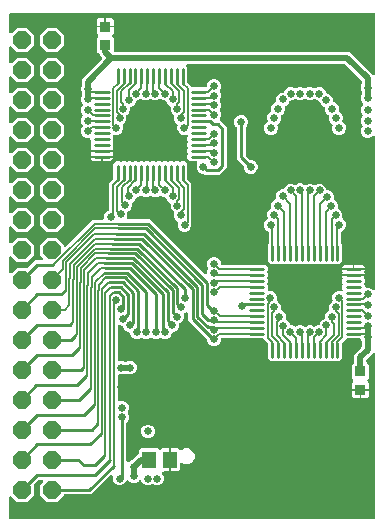
<source format=gbr>
G04 EAGLE Gerber RS-274X export*
G75*
%MOMM*%
%FSLAX34Y34*%
%LPD*%
%INTop Copper*%
%IPPOS*%
%AMOC8*
5,1,8,0,0,1.08239X$1,22.5*%
G01*
G04 Define Apertures*
%ADD10C,0.250000*%
%ADD11R,0.970200X0.920900*%
%ADD12R,1.164600X1.465300*%
%ADD13P,1.64956X8X112.5*%
%ADD14C,0.203200*%
%ADD15C,0.654800*%
%ADD16C,0.152400*%
%ADD17C,0.254000*%
%ADD18C,0.508000*%
G36*
X313390Y165733D02*
X313473Y165790D01*
X315771Y166742D01*
X318085Y166742D01*
X320437Y165768D01*
X320933Y165671D01*
X321427Y165776D01*
X321569Y165872D01*
X323843Y166814D01*
X324125Y166814D01*
X324621Y166915D01*
X325037Y167200D01*
X325310Y167626D01*
X325349Y167835D01*
X326280Y170084D01*
X327916Y171720D01*
X329402Y172335D01*
X329821Y172618D01*
X330097Y173041D01*
X330186Y173509D01*
X330186Y175013D01*
X331071Y177149D01*
X332756Y178834D01*
X333064Y179042D01*
X333340Y179465D01*
X333428Y179963D01*
X333332Y180419D01*
X333186Y180772D01*
X333186Y183085D01*
X334071Y185221D01*
X335756Y186906D01*
X336064Y187114D01*
X336340Y187537D01*
X336428Y188035D01*
X336332Y188491D01*
X336186Y188844D01*
X336186Y191157D01*
X337071Y193293D01*
X338707Y194929D01*
X340843Y195814D01*
X343225Y195814D01*
X343592Y195743D01*
X344086Y195847D01*
X344501Y196136D01*
X344770Y196564D01*
X344851Y197063D01*
X344730Y197554D01*
X344480Y197911D01*
X344460Y197930D01*
X344460Y201070D01*
X344492Y201102D01*
X344771Y201523D01*
X344864Y202020D01*
X344755Y202514D01*
X344492Y202898D01*
X344460Y202930D01*
X344460Y206070D01*
X344492Y206102D01*
X344771Y206523D01*
X344864Y207020D01*
X344755Y207514D01*
X344492Y207898D01*
X344460Y207930D01*
X344460Y208738D01*
X363540Y208738D01*
X363540Y207930D01*
X363508Y207898D01*
X363229Y207477D01*
X363136Y206980D01*
X363245Y206486D01*
X363508Y206102D01*
X363540Y206070D01*
X363540Y202930D01*
X363508Y202898D01*
X363229Y202477D01*
X363136Y201980D01*
X363245Y201486D01*
X363508Y201102D01*
X363540Y201070D01*
X363540Y200084D01*
X363641Y199589D01*
X363926Y199172D01*
X364352Y198899D01*
X364810Y198814D01*
X367157Y198814D01*
X369293Y197929D01*
X370292Y196930D01*
X370713Y196651D01*
X371210Y196558D01*
X371704Y196667D01*
X372116Y196959D01*
X372382Y197389D01*
X372460Y197828D01*
X372460Y326172D01*
X372359Y326667D01*
X372074Y327084D01*
X371648Y327356D01*
X371150Y327441D01*
X370658Y327325D01*
X370292Y327070D01*
X369293Y326071D01*
X367157Y325186D01*
X364843Y325186D01*
X362707Y326071D01*
X361071Y327707D01*
X360186Y329843D01*
X360186Y332157D01*
X361071Y334293D01*
X361380Y334602D01*
X361659Y335023D01*
X361752Y335520D01*
X361643Y336014D01*
X361380Y336398D01*
X361071Y336707D01*
X360186Y338843D01*
X360186Y341157D01*
X361071Y343293D01*
X361380Y343602D01*
X361659Y344023D01*
X361752Y344520D01*
X361643Y345014D01*
X361380Y345398D01*
X361071Y345707D01*
X360186Y347843D01*
X360186Y350157D01*
X361071Y352293D01*
X361880Y353102D01*
X362159Y353523D01*
X362252Y354020D01*
X362143Y354514D01*
X361880Y354898D01*
X361071Y355707D01*
X360186Y357843D01*
X360186Y360157D01*
X360823Y361695D01*
X360920Y362181D01*
X360920Y364819D01*
X360823Y365305D01*
X360186Y366843D01*
X360186Y369157D01*
X360823Y370695D01*
X360920Y371181D01*
X360920Y373370D01*
X360819Y373865D01*
X360548Y374268D01*
X347268Y387548D01*
X346846Y387827D01*
X346370Y387920D01*
X213756Y387920D01*
X213261Y387819D01*
X212844Y387534D01*
X212571Y387108D01*
X212487Y386610D01*
X212603Y386118D01*
X212858Y385752D01*
X213290Y385320D01*
X213290Y372906D01*
X213391Y372410D01*
X213662Y372008D01*
X217008Y368662D01*
X217429Y368383D01*
X217906Y368290D01*
X228916Y368290D01*
X229411Y368391D01*
X229828Y368676D01*
X230101Y369102D01*
X230186Y369560D01*
X230186Y370445D01*
X231071Y372581D01*
X232707Y374217D01*
X234843Y375102D01*
X237157Y375102D01*
X239293Y374217D01*
X240929Y372581D01*
X241814Y370445D01*
X241814Y368131D01*
X240841Y365783D01*
X240805Y365729D01*
X240712Y365232D01*
X240821Y364738D01*
X240854Y364689D01*
X241814Y362373D01*
X241814Y360060D01*
X240839Y357704D01*
X240742Y357208D01*
X240846Y356714D01*
X240939Y356578D01*
X241882Y354301D01*
X241882Y351987D01*
X240909Y349639D01*
X240873Y349585D01*
X240780Y349088D01*
X240889Y348594D01*
X240922Y348545D01*
X241882Y346229D01*
X241882Y343915D01*
X240915Y341582D01*
X240819Y341086D01*
X240923Y340591D01*
X241191Y340198D01*
X246810Y334578D01*
X246810Y300422D01*
X240578Y294190D01*
X228422Y294190D01*
X227798Y294814D01*
X227376Y295093D01*
X226900Y295186D01*
X225843Y295186D01*
X223707Y296071D01*
X222071Y297707D01*
X221186Y299843D01*
X221186Y302156D01*
X221931Y303954D01*
X222027Y304450D01*
X221923Y304945D01*
X221634Y305359D01*
X221206Y305628D01*
X220757Y305710D01*
X215680Y305710D01*
X213460Y307930D01*
X213460Y311070D01*
X213492Y311102D01*
X213771Y311523D01*
X213864Y312020D01*
X213755Y312514D01*
X213492Y312898D01*
X213460Y312930D01*
X213460Y316070D01*
X213492Y316102D01*
X213771Y316523D01*
X213864Y317020D01*
X213755Y317514D01*
X213492Y317898D01*
X213460Y317930D01*
X213460Y321070D01*
X213492Y321102D01*
X213771Y321523D01*
X213864Y322020D01*
X213755Y322514D01*
X213492Y322898D01*
X213460Y322930D01*
X213460Y326070D01*
X213492Y326102D01*
X213771Y326523D01*
X213864Y327020D01*
X213755Y327514D01*
X213492Y327898D01*
X213459Y327931D01*
X213037Y328211D01*
X212540Y328303D01*
X212075Y328207D01*
X212025Y328186D01*
X209711Y328186D01*
X207575Y329071D01*
X205939Y330707D01*
X205054Y332843D01*
X205054Y335157D01*
X205220Y335556D01*
X205316Y336052D01*
X205212Y336547D01*
X204923Y336961D01*
X204825Y337025D01*
X203071Y338779D01*
X202186Y340915D01*
X202186Y343228D01*
X202332Y343581D01*
X202429Y344078D01*
X202324Y344572D01*
X202035Y344987D01*
X201749Y345173D01*
X200071Y346851D01*
X199186Y348987D01*
X199186Y351541D01*
X199194Y351582D01*
X199090Y352076D01*
X198801Y352491D01*
X198410Y352746D01*
X197634Y353067D01*
X195999Y354703D01*
X195295Y356402D01*
X195012Y356821D01*
X194589Y357097D01*
X194122Y357186D01*
X193059Y357186D01*
X190768Y358135D01*
X190615Y358236D01*
X190118Y358329D01*
X189653Y358232D01*
X187301Y357258D01*
X184987Y357258D01*
X182635Y358232D01*
X182139Y358329D01*
X181645Y358224D01*
X181503Y358128D01*
X179229Y357186D01*
X176915Y357186D01*
X174567Y358159D01*
X174513Y358195D01*
X174016Y358288D01*
X173522Y358179D01*
X173473Y358146D01*
X171157Y357186D01*
X170875Y357186D01*
X170379Y357085D01*
X169963Y356800D01*
X169690Y356374D01*
X169651Y356165D01*
X168720Y353916D01*
X167084Y352280D01*
X165598Y351665D01*
X165179Y351382D01*
X164903Y350959D01*
X164814Y350491D01*
X164814Y349040D01*
X163929Y346903D01*
X162244Y345219D01*
X161936Y345011D01*
X161660Y344587D01*
X161572Y344090D01*
X161668Y343634D01*
X161814Y343281D01*
X161814Y340968D01*
X160929Y338831D01*
X159208Y337111D01*
X158981Y336958D01*
X158705Y336534D01*
X158617Y336036D01*
X158713Y335581D01*
X158867Y335209D01*
X158867Y332896D01*
X157982Y330759D01*
X156346Y329124D01*
X154209Y328239D01*
X151848Y328239D01*
X151443Y328317D01*
X150949Y328213D01*
X150555Y327946D01*
X150508Y327898D01*
X150229Y327477D01*
X150136Y326980D01*
X150245Y326486D01*
X150508Y326102D01*
X150540Y326070D01*
X150540Y322930D01*
X150508Y322898D01*
X150229Y322477D01*
X150136Y321980D01*
X150245Y321486D01*
X150508Y321102D01*
X150540Y321070D01*
X150540Y317930D01*
X150508Y317898D01*
X150229Y317477D01*
X150136Y316980D01*
X150245Y316486D01*
X150508Y316102D01*
X150540Y316070D01*
X150540Y315262D01*
X131460Y315262D01*
X131460Y316070D01*
X131492Y316102D01*
X131771Y316523D01*
X131864Y317020D01*
X131755Y317514D01*
X131492Y317898D01*
X131460Y317930D01*
X131460Y321070D01*
X131492Y321102D01*
X131771Y321523D01*
X131864Y322020D01*
X131755Y322514D01*
X131492Y322898D01*
X131460Y322930D01*
X131460Y323916D01*
X131359Y324411D01*
X131074Y324828D01*
X130648Y325101D01*
X130190Y325186D01*
X127843Y325186D01*
X125707Y326071D01*
X124071Y327707D01*
X123186Y329843D01*
X123186Y332157D01*
X124071Y334293D01*
X124380Y334602D01*
X124659Y335023D01*
X124752Y335520D01*
X124643Y336014D01*
X124380Y336398D01*
X124071Y336707D01*
X123186Y338843D01*
X123186Y341157D01*
X124071Y343293D01*
X124380Y343602D01*
X124659Y344023D01*
X124752Y344520D01*
X124643Y345014D01*
X124380Y345398D01*
X124071Y345707D01*
X123186Y347843D01*
X123186Y350157D01*
X124071Y352293D01*
X124380Y352602D01*
X124659Y353023D01*
X124752Y353520D01*
X124643Y354014D01*
X124380Y354398D01*
X124071Y354707D01*
X123186Y356843D01*
X123186Y359157D01*
X123823Y360695D01*
X123920Y361181D01*
X123920Y363819D01*
X123823Y364305D01*
X123186Y365843D01*
X123186Y368157D01*
X123823Y369695D01*
X123920Y370181D01*
X123920Y374010D01*
X124693Y375878D01*
X140918Y392102D01*
X141197Y392523D01*
X141290Y393020D01*
X141181Y393514D01*
X140918Y393898D01*
X139693Y395122D01*
X139195Y396326D01*
X138913Y396745D01*
X138489Y397020D01*
X138115Y397092D01*
X136609Y398597D01*
X136609Y409911D01*
X137800Y411102D01*
X138080Y411523D01*
X138172Y412020D01*
X138064Y412514D01*
X137800Y412898D01*
X136609Y414089D01*
X136609Y418984D01*
X151391Y418984D01*
X151391Y414089D01*
X150200Y412898D01*
X149921Y412477D01*
X149828Y411980D01*
X149936Y411486D01*
X150200Y411102D01*
X151391Y409911D01*
X151391Y399350D01*
X151492Y398855D01*
X151777Y398438D01*
X152203Y398165D01*
X152661Y398080D01*
X350010Y398080D01*
X351878Y397307D01*
X370292Y378892D01*
X370713Y378613D01*
X371210Y378520D01*
X371704Y378629D01*
X372116Y378921D01*
X372382Y379351D01*
X372460Y379790D01*
X372460Y430190D01*
X372359Y430685D01*
X372074Y431102D01*
X371648Y431375D01*
X371190Y431460D01*
X63810Y431460D01*
X63315Y431359D01*
X62898Y431074D01*
X62625Y430648D01*
X62540Y430190D01*
X62540Y415174D01*
X62641Y414679D01*
X62926Y414262D01*
X63352Y413990D01*
X63850Y413905D01*
X64342Y414021D01*
X64708Y414276D01*
X69092Y418660D01*
X77508Y418660D01*
X83460Y412708D01*
X83460Y404292D01*
X77508Y398340D01*
X69092Y398340D01*
X64708Y402724D01*
X64287Y403003D01*
X63790Y403095D01*
X63296Y402987D01*
X62884Y402695D01*
X62618Y402264D01*
X62540Y401826D01*
X62540Y389774D01*
X62641Y389279D01*
X62926Y388862D01*
X63352Y388590D01*
X63850Y388505D01*
X64342Y388621D01*
X64708Y388876D01*
X69092Y393260D01*
X77508Y393260D01*
X83460Y387308D01*
X83460Y378892D01*
X77508Y372940D01*
X69092Y372940D01*
X64708Y377324D01*
X64287Y377603D01*
X63790Y377695D01*
X63296Y377587D01*
X62884Y377295D01*
X62618Y376864D01*
X62540Y376426D01*
X62540Y364374D01*
X62641Y363879D01*
X62926Y363462D01*
X63352Y363190D01*
X63850Y363105D01*
X64342Y363221D01*
X64708Y363476D01*
X69092Y367860D01*
X77508Y367860D01*
X83460Y361908D01*
X83460Y353492D01*
X77508Y347540D01*
X69092Y347540D01*
X64708Y351924D01*
X64287Y352203D01*
X63790Y352295D01*
X63296Y352187D01*
X62884Y351895D01*
X62618Y351464D01*
X62540Y351026D01*
X62540Y338974D01*
X62641Y338479D01*
X62926Y338062D01*
X63352Y337790D01*
X63850Y337705D01*
X64342Y337821D01*
X64708Y338076D01*
X69092Y342460D01*
X77508Y342460D01*
X83460Y336508D01*
X83460Y328092D01*
X77508Y322140D01*
X69092Y322140D01*
X64708Y326524D01*
X64287Y326803D01*
X63790Y326895D01*
X63296Y326787D01*
X62884Y326495D01*
X62618Y326064D01*
X62540Y325626D01*
X62540Y313574D01*
X62641Y313079D01*
X62926Y312662D01*
X63352Y312390D01*
X63850Y312305D01*
X64342Y312421D01*
X64708Y312676D01*
X69092Y317060D01*
X77508Y317060D01*
X83460Y311108D01*
X83460Y302692D01*
X77508Y296740D01*
X69092Y296740D01*
X64708Y301124D01*
X64287Y301403D01*
X63790Y301495D01*
X63296Y301387D01*
X62884Y301095D01*
X62618Y300664D01*
X62540Y300226D01*
X62540Y288174D01*
X62641Y287679D01*
X62926Y287262D01*
X63352Y286990D01*
X63850Y286905D01*
X64342Y287021D01*
X64708Y287276D01*
X69092Y291660D01*
X77508Y291660D01*
X83460Y285708D01*
X83460Y277292D01*
X77508Y271340D01*
X69092Y271340D01*
X64708Y275724D01*
X64287Y276003D01*
X63790Y276095D01*
X63296Y275987D01*
X62884Y275695D01*
X62618Y275264D01*
X62540Y274826D01*
X62540Y262774D01*
X62641Y262279D01*
X62926Y261862D01*
X63352Y261590D01*
X63850Y261505D01*
X64342Y261621D01*
X64708Y261876D01*
X69092Y266260D01*
X77508Y266260D01*
X83460Y260308D01*
X83460Y251892D01*
X77508Y245940D01*
X69092Y245940D01*
X64708Y250324D01*
X64287Y250603D01*
X63790Y250695D01*
X63296Y250587D01*
X62884Y250295D01*
X62618Y249864D01*
X62540Y249426D01*
X62540Y237374D01*
X62641Y236879D01*
X62926Y236462D01*
X63352Y236190D01*
X63850Y236105D01*
X64342Y236221D01*
X64708Y236476D01*
X69092Y240860D01*
X77508Y240860D01*
X83460Y234908D01*
X83460Y226492D01*
X77508Y220540D01*
X69092Y220540D01*
X64708Y224924D01*
X64287Y225203D01*
X63790Y225295D01*
X63296Y225187D01*
X62884Y224895D01*
X62618Y224464D01*
X62540Y224026D01*
X62540Y211974D01*
X62641Y211479D01*
X62926Y211062D01*
X63352Y210790D01*
X63850Y210705D01*
X64342Y210821D01*
X64708Y211076D01*
X69092Y215460D01*
X77546Y215460D01*
X78041Y215561D01*
X78444Y215832D01*
X84422Y221810D01*
X90156Y221810D01*
X90651Y221911D01*
X91068Y222196D01*
X91340Y222622D01*
X91425Y223120D01*
X91309Y223612D01*
X91054Y223978D01*
X88540Y226492D01*
X88540Y234908D01*
X94492Y240860D01*
X102908Y240860D01*
X108860Y234908D01*
X108860Y234587D01*
X108961Y234091D01*
X109246Y233674D01*
X109672Y233402D01*
X110170Y233317D01*
X110662Y233434D01*
X111028Y233689D01*
X133642Y256302D01*
X141730Y256302D01*
X142226Y256403D01*
X142643Y256688D01*
X142915Y257114D01*
X143000Y257572D01*
X143000Y259717D01*
X143885Y261853D01*
X145521Y263489D01*
X146454Y263875D01*
X146873Y264158D01*
X147149Y264582D01*
X147238Y265049D01*
X147238Y286908D01*
X150338Y290008D01*
X150617Y290429D01*
X150710Y290906D01*
X150710Y303320D01*
X152930Y305540D01*
X156070Y305540D01*
X156102Y305508D01*
X156523Y305229D01*
X157020Y305136D01*
X157514Y305245D01*
X157898Y305508D01*
X157930Y305540D01*
X161070Y305540D01*
X161102Y305508D01*
X161523Y305229D01*
X162020Y305136D01*
X162514Y305245D01*
X162898Y305508D01*
X162930Y305540D01*
X166070Y305540D01*
X166102Y305508D01*
X166523Y305229D01*
X167020Y305136D01*
X167514Y305245D01*
X167898Y305508D01*
X167930Y305540D01*
X171070Y305540D01*
X171102Y305508D01*
X171523Y305229D01*
X172020Y305136D01*
X172514Y305245D01*
X172898Y305508D01*
X172930Y305540D01*
X176070Y305540D01*
X176102Y305508D01*
X176523Y305229D01*
X177020Y305136D01*
X177514Y305245D01*
X177898Y305508D01*
X177930Y305540D01*
X181070Y305540D01*
X181102Y305508D01*
X181523Y305229D01*
X182020Y305136D01*
X182514Y305245D01*
X182898Y305508D01*
X182930Y305540D01*
X186070Y305540D01*
X186102Y305508D01*
X186523Y305229D01*
X187020Y305136D01*
X187514Y305245D01*
X187898Y305508D01*
X187930Y305540D01*
X191070Y305540D01*
X191102Y305508D01*
X191523Y305229D01*
X192020Y305136D01*
X192514Y305245D01*
X192898Y305508D01*
X192930Y305540D01*
X196070Y305540D01*
X196102Y305508D01*
X196523Y305229D01*
X197020Y305136D01*
X197514Y305245D01*
X197898Y305508D01*
X197930Y305540D01*
X201070Y305540D01*
X201102Y305508D01*
X201523Y305229D01*
X202020Y305136D01*
X202514Y305245D01*
X202898Y305508D01*
X202930Y305540D01*
X206070Y305540D01*
X206102Y305508D01*
X206523Y305229D01*
X207020Y305136D01*
X207514Y305245D01*
X207898Y305508D01*
X207930Y305540D01*
X211070Y305540D01*
X213290Y303320D01*
X213290Y290906D01*
X213391Y290410D01*
X213662Y290008D01*
X216910Y286760D01*
X216910Y253100D01*
X216907Y253095D01*
X216814Y252618D01*
X216814Y250843D01*
X215929Y248707D01*
X214293Y247071D01*
X212157Y246186D01*
X209843Y246186D01*
X207707Y247071D01*
X206071Y248707D01*
X205186Y250843D01*
X205186Y253156D01*
X205332Y253509D01*
X205429Y254006D01*
X205324Y254500D01*
X205035Y254915D01*
X204749Y255101D01*
X203071Y256779D01*
X202186Y258915D01*
X202186Y261228D01*
X202332Y261581D01*
X202429Y262078D01*
X202324Y262572D01*
X202035Y262987D01*
X201749Y263173D01*
X200071Y264851D01*
X199186Y266987D01*
X199186Y269509D01*
X199206Y269612D01*
X199101Y270106D01*
X198812Y270521D01*
X198422Y270775D01*
X197707Y271071D01*
X196071Y272707D01*
X195369Y274402D01*
X195086Y274821D01*
X194663Y275097D01*
X194196Y275186D01*
X193336Y275186D01*
X191044Y276135D01*
X190892Y276236D01*
X190395Y276329D01*
X189929Y276232D01*
X187577Y275258D01*
X185264Y275258D01*
X182911Y276232D01*
X182415Y276329D01*
X181921Y276225D01*
X181779Y276128D01*
X179505Y275186D01*
X177192Y275186D01*
X175055Y276071D01*
X174798Y276328D01*
X174377Y276607D01*
X173880Y276700D01*
X173414Y276603D01*
X171433Y275783D01*
X171316Y275783D01*
X170820Y275682D01*
X170404Y275396D01*
X170142Y274999D01*
X169250Y272843D01*
X167614Y271208D01*
X167051Y270975D01*
X166632Y270692D01*
X166356Y270268D01*
X166267Y269801D01*
X166267Y267432D01*
X165382Y265296D01*
X163746Y263660D01*
X163403Y263518D01*
X162984Y263235D01*
X162708Y262812D01*
X162620Y262314D01*
X162700Y261933D01*
X162700Y259583D01*
X162279Y258566D01*
X162182Y258070D01*
X162287Y257575D01*
X162576Y257161D01*
X163004Y256892D01*
X163452Y256810D01*
X181578Y256810D01*
X228018Y210370D01*
X228439Y210091D01*
X228936Y209998D01*
X229430Y210107D01*
X229842Y210399D01*
X230108Y210829D01*
X230186Y211268D01*
X230186Y212124D01*
X231159Y214472D01*
X231195Y214527D01*
X231288Y215024D01*
X231179Y215518D01*
X231146Y215566D01*
X230186Y217883D01*
X230186Y220196D01*
X231071Y222333D01*
X232707Y223968D01*
X234843Y224854D01*
X237157Y224854D01*
X239293Y223968D01*
X240929Y222333D01*
X241814Y220196D01*
X241814Y219072D01*
X241915Y218577D01*
X242200Y218160D01*
X242626Y217887D01*
X243084Y217802D01*
X263666Y217802D01*
X264161Y217903D01*
X264564Y218174D01*
X264680Y218290D01*
X279320Y218290D01*
X281540Y216070D01*
X281540Y212930D01*
X281508Y212898D01*
X281229Y212477D01*
X281136Y211980D01*
X281245Y211486D01*
X281508Y211102D01*
X281540Y211070D01*
X281540Y207930D01*
X281508Y207898D01*
X281229Y207477D01*
X281136Y206980D01*
X281245Y206486D01*
X281508Y206102D01*
X281540Y206070D01*
X281540Y202930D01*
X281508Y202898D01*
X281229Y202477D01*
X281136Y201980D01*
X281245Y201486D01*
X281508Y201102D01*
X281540Y201070D01*
X281540Y197920D01*
X281280Y197528D01*
X281188Y197031D01*
X281296Y196538D01*
X281589Y196125D01*
X282019Y195860D01*
X282458Y195782D01*
X284955Y195782D01*
X287091Y194897D01*
X288727Y193261D01*
X289612Y191124D01*
X289612Y188811D01*
X289511Y188567D01*
X289414Y188070D01*
X289519Y187576D01*
X289808Y187161D01*
X290198Y186907D01*
X290398Y186825D01*
X292033Y185189D01*
X292918Y183052D01*
X292918Y180597D01*
X292874Y180369D01*
X292979Y179875D01*
X293268Y179460D01*
X293658Y179206D01*
X294038Y179049D01*
X295673Y177413D01*
X296558Y175276D01*
X296558Y172902D01*
X296659Y172406D01*
X296945Y171989D01*
X297342Y171728D01*
X297901Y171497D01*
X299537Y169861D01*
X300474Y167598D01*
X300757Y167179D01*
X301180Y166903D01*
X301648Y166814D01*
X301837Y166814D01*
X304185Y165841D01*
X304239Y165805D01*
X304736Y165712D01*
X305230Y165821D01*
X305279Y165854D01*
X307595Y166814D01*
X309909Y166814D01*
X312137Y165891D01*
X312399Y165717D01*
X312896Y165624D01*
X313390Y165733D01*
G37*
%LPC*%
G36*
X144762Y420508D02*
X144762Y426891D01*
X149903Y426891D01*
X151391Y425403D01*
X151391Y420508D01*
X144762Y420508D01*
G37*
G36*
X136609Y420508D02*
X136609Y425403D01*
X138097Y426891D01*
X143238Y426891D01*
X143238Y420508D01*
X136609Y420508D01*
G37*
G36*
X94492Y398340D02*
X88540Y404292D01*
X88540Y412708D01*
X94492Y418660D01*
X102908Y418660D01*
X108860Y412708D01*
X108860Y404292D01*
X102908Y398340D01*
X94492Y398340D01*
G37*
G36*
X94492Y372940D02*
X88540Y378892D01*
X88540Y387308D01*
X94492Y393260D01*
X102908Y393260D01*
X108860Y387308D01*
X108860Y378892D01*
X102908Y372940D01*
X94492Y372940D01*
G37*
G36*
X282843Y328186D02*
X280707Y329071D01*
X279071Y330707D01*
X278186Y332843D01*
X278186Y335157D01*
X279071Y337293D01*
X280756Y338978D01*
X281064Y339186D01*
X281340Y339609D01*
X281428Y340107D01*
X281332Y340563D01*
X281186Y340916D01*
X281186Y343229D01*
X282071Y345365D01*
X283756Y347050D01*
X284064Y347258D01*
X284340Y347681D01*
X284428Y348179D01*
X284332Y348635D01*
X284186Y348988D01*
X284186Y351301D01*
X285071Y353437D01*
X286707Y355073D01*
X287535Y355416D01*
X287954Y355698D01*
X288230Y356122D01*
X288313Y356591D01*
X288318Y356591D01*
X288318Y356618D01*
X288318Y356620D01*
X288318Y356621D01*
X288318Y359157D01*
X289203Y361293D01*
X290839Y362929D01*
X292975Y363814D01*
X293980Y363814D01*
X294475Y363915D01*
X294892Y364200D01*
X295153Y364598D01*
X295855Y366293D01*
X297491Y367929D01*
X299627Y368814D01*
X301941Y368814D01*
X304293Y367840D01*
X304789Y367743D01*
X305283Y367848D01*
X305425Y367944D01*
X307699Y368886D01*
X310013Y368886D01*
X312304Y367937D01*
X312457Y367836D01*
X312954Y367743D01*
X313419Y367840D01*
X315771Y368814D01*
X318085Y368814D01*
X320433Y367841D01*
X320487Y367805D01*
X320984Y367712D01*
X321478Y367821D01*
X321527Y367854D01*
X323843Y368814D01*
X326157Y368814D01*
X328293Y367929D01*
X329929Y366293D01*
X330868Y364025D01*
X330915Y363798D01*
X331200Y363381D01*
X331626Y363109D01*
X332084Y363023D01*
X332366Y363023D01*
X334503Y362138D01*
X336138Y360503D01*
X337023Y358366D01*
X337023Y356862D01*
X337124Y356366D01*
X337410Y355950D01*
X337807Y355688D01*
X339293Y355073D01*
X340929Y353437D01*
X341814Y351301D01*
X341814Y348988D01*
X341668Y348635D01*
X341571Y348139D01*
X341676Y347644D01*
X341965Y347229D01*
X342251Y347043D01*
X343929Y345365D01*
X344814Y343229D01*
X344814Y340916D01*
X344668Y340563D01*
X344571Y340067D01*
X344676Y339572D01*
X344965Y339157D01*
X345251Y338971D01*
X346929Y337293D01*
X347814Y335157D01*
X347814Y332843D01*
X346929Y330707D01*
X345293Y329071D01*
X343157Y328186D01*
X340843Y328186D01*
X338707Y329071D01*
X337071Y330707D01*
X336186Y332843D01*
X336186Y335156D01*
X336332Y335509D01*
X336429Y336006D01*
X336324Y336500D01*
X336035Y336915D01*
X335749Y337101D01*
X334071Y338779D01*
X333186Y340915D01*
X333186Y343228D01*
X333332Y343581D01*
X333429Y344078D01*
X333324Y344572D01*
X333035Y344987D01*
X332749Y345173D01*
X331071Y346851D01*
X330186Y348987D01*
X330186Y350491D01*
X330085Y350987D01*
X329800Y351404D01*
X329402Y351665D01*
X327916Y352280D01*
X326280Y353916D01*
X325341Y356184D01*
X325295Y356411D01*
X325009Y356828D01*
X324583Y357101D01*
X324125Y357186D01*
X323843Y357186D01*
X321495Y358159D01*
X321441Y358195D01*
X320944Y358288D01*
X320450Y358179D01*
X320401Y358146D01*
X318085Y357186D01*
X315771Y357186D01*
X313480Y358135D01*
X313327Y358236D01*
X312830Y358329D01*
X312365Y358232D01*
X310013Y357258D01*
X307699Y357258D01*
X305347Y358232D01*
X304851Y358329D01*
X304357Y358224D01*
X304215Y358128D01*
X301941Y357186D01*
X300936Y357186D01*
X300441Y357085D01*
X300024Y356800D01*
X299763Y356402D01*
X299061Y354707D01*
X297425Y353071D01*
X296597Y352728D01*
X296178Y352446D01*
X295902Y352022D01*
X295819Y351553D01*
X295814Y351553D01*
X295814Y351526D01*
X295814Y351524D01*
X295814Y351523D01*
X295814Y348987D01*
X294929Y346851D01*
X293244Y345166D01*
X292936Y344958D01*
X292660Y344535D01*
X292572Y344037D01*
X292668Y343581D01*
X292814Y343228D01*
X292814Y340915D01*
X291929Y338779D01*
X290244Y337094D01*
X289936Y336886D01*
X289660Y336463D01*
X289572Y335965D01*
X289668Y335509D01*
X289814Y335156D01*
X289814Y332843D01*
X288929Y330707D01*
X287293Y329071D01*
X285157Y328186D01*
X282843Y328186D01*
G37*
G36*
X94492Y347540D02*
X88540Y353492D01*
X88540Y361908D01*
X94492Y367860D01*
X102908Y367860D01*
X108860Y361908D01*
X108860Y353492D01*
X102908Y347540D01*
X94492Y347540D01*
G37*
G36*
X265843Y295186D02*
X263707Y296071D01*
X262071Y297707D01*
X261186Y299843D01*
X261186Y300900D01*
X261085Y301395D01*
X260814Y301798D01*
X255190Y307422D01*
X255190Y334062D01*
X255089Y334557D01*
X254818Y334960D01*
X254071Y335707D01*
X253186Y337843D01*
X253186Y340157D01*
X254071Y342293D01*
X255707Y343929D01*
X257843Y344814D01*
X260157Y344814D01*
X262293Y343929D01*
X263929Y342293D01*
X264814Y340157D01*
X264814Y337843D01*
X263929Y335707D01*
X263182Y334960D01*
X262903Y334538D01*
X262810Y334062D01*
X262810Y311104D01*
X262911Y310609D01*
X263182Y310206D01*
X266202Y307186D01*
X266624Y306907D01*
X267100Y306814D01*
X268157Y306814D01*
X270293Y305929D01*
X271929Y304293D01*
X272814Y302157D01*
X272814Y299843D01*
X271929Y297707D01*
X270293Y296071D01*
X268157Y295186D01*
X265843Y295186D01*
G37*
G36*
X94492Y322140D02*
X88540Y328092D01*
X88540Y336508D01*
X94492Y342460D01*
X102908Y342460D01*
X108860Y336508D01*
X108860Y328092D01*
X102908Y322140D01*
X94492Y322140D01*
G37*
G36*
X94492Y296740D02*
X88540Y302692D01*
X88540Y311108D01*
X94492Y317060D01*
X102908Y317060D01*
X108860Y311108D01*
X108860Y302692D01*
X102908Y296740D01*
X94492Y296740D01*
G37*
G36*
X131460Y310262D02*
X131460Y311070D01*
X131492Y311102D01*
X131771Y311523D01*
X131864Y312020D01*
X131755Y312514D01*
X131492Y312898D01*
X131460Y312930D01*
X131460Y313738D01*
X150540Y313738D01*
X150540Y312930D01*
X150508Y312898D01*
X150229Y312477D01*
X150136Y311980D01*
X150245Y311486D01*
X150508Y311102D01*
X150540Y311070D01*
X150540Y310262D01*
X131460Y310262D01*
G37*
G36*
X133680Y305710D02*
X131460Y307930D01*
X131460Y308738D01*
X140238Y308738D01*
X140238Y305710D01*
X133680Y305710D01*
G37*
G36*
X141762Y305710D02*
X141762Y308738D01*
X150540Y308738D01*
X150540Y307930D01*
X148320Y305710D01*
X141762Y305710D01*
G37*
G36*
X94492Y271340D02*
X88540Y277292D01*
X88540Y285708D01*
X94492Y291660D01*
X102908Y291660D01*
X108860Y285708D01*
X108860Y277292D01*
X102908Y271340D01*
X94492Y271340D01*
G37*
G36*
X283930Y218460D02*
X281710Y220680D01*
X281710Y235320D01*
X281826Y235436D01*
X282105Y235857D01*
X282198Y236334D01*
X282198Y245605D01*
X282097Y246100D01*
X281812Y246517D01*
X281414Y246778D01*
X280707Y247071D01*
X279071Y248707D01*
X278186Y250843D01*
X278186Y253157D01*
X279071Y255293D01*
X280756Y256978D01*
X281064Y257186D01*
X281340Y257609D01*
X281428Y258107D01*
X281332Y258563D01*
X281186Y258916D01*
X281186Y261229D01*
X282071Y263365D01*
X283756Y265050D01*
X284064Y265258D01*
X284340Y265681D01*
X284428Y266179D01*
X284332Y266635D01*
X284186Y266988D01*
X284186Y269301D01*
X285071Y271437D01*
X286707Y273073D01*
X287422Y273369D01*
X287841Y273652D01*
X288117Y274075D01*
X288206Y274573D01*
X288186Y274666D01*
X288186Y277157D01*
X289071Y279293D01*
X290707Y280929D01*
X292843Y281814D01*
X294196Y281814D01*
X294691Y281915D01*
X295108Y282200D01*
X295369Y282598D01*
X296071Y284293D01*
X297707Y285929D01*
X299843Y286814D01*
X302157Y286814D01*
X304509Y285840D01*
X305005Y285743D01*
X305499Y285848D01*
X305641Y285944D01*
X307915Y286886D01*
X310229Y286886D01*
X312457Y285963D01*
X312719Y285789D01*
X313216Y285697D01*
X313710Y285805D01*
X313794Y285862D01*
X316091Y286814D01*
X318405Y286814D01*
X320753Y285842D01*
X320807Y285805D01*
X321304Y285713D01*
X321798Y285821D01*
X321847Y285855D01*
X324163Y286814D01*
X326477Y286814D01*
X328613Y285929D01*
X330249Y284294D01*
X331183Y282038D01*
X331466Y281619D01*
X331889Y281343D01*
X332356Y281254D01*
X332540Y281254D01*
X334677Y280369D01*
X336313Y278734D01*
X337198Y276597D01*
X337198Y274222D01*
X337298Y273727D01*
X337584Y273310D01*
X337982Y273049D01*
X338541Y272817D01*
X340176Y271182D01*
X341062Y269045D01*
X341062Y266579D01*
X341021Y266372D01*
X341126Y265877D01*
X341415Y265463D01*
X341805Y265209D01*
X342189Y265050D01*
X343825Y263414D01*
X344710Y261277D01*
X344710Y258964D01*
X344606Y258714D01*
X344509Y258218D01*
X344614Y257723D01*
X344903Y257309D01*
X345293Y257055D01*
X345479Y256978D01*
X347115Y255342D01*
X348000Y253205D01*
X348000Y250892D01*
X347115Y248755D01*
X345479Y247120D01*
X344586Y246750D01*
X344167Y246468D01*
X343891Y246044D01*
X343802Y245577D01*
X343802Y236334D01*
X343903Y235839D01*
X344174Y235436D01*
X344290Y235320D01*
X344290Y220680D01*
X342070Y218460D01*
X338930Y218460D01*
X338898Y218492D01*
X338477Y218771D01*
X337980Y218864D01*
X337486Y218755D01*
X337102Y218492D01*
X337070Y218460D01*
X333930Y218460D01*
X333898Y218492D01*
X333477Y218771D01*
X332980Y218864D01*
X332486Y218755D01*
X332102Y218492D01*
X332070Y218460D01*
X328930Y218460D01*
X328898Y218492D01*
X328477Y218771D01*
X327980Y218864D01*
X327486Y218755D01*
X327102Y218492D01*
X327070Y218460D01*
X323930Y218460D01*
X323898Y218492D01*
X323477Y218771D01*
X322980Y218864D01*
X322486Y218755D01*
X322102Y218492D01*
X322070Y218460D01*
X318930Y218460D01*
X318898Y218492D01*
X318477Y218771D01*
X317980Y218864D01*
X317486Y218755D01*
X317102Y218492D01*
X317070Y218460D01*
X313930Y218460D01*
X313898Y218492D01*
X313477Y218771D01*
X312980Y218864D01*
X312486Y218755D01*
X312102Y218492D01*
X312070Y218460D01*
X308930Y218460D01*
X308898Y218492D01*
X308477Y218771D01*
X307980Y218864D01*
X307486Y218755D01*
X307102Y218492D01*
X307070Y218460D01*
X303930Y218460D01*
X303898Y218492D01*
X303477Y218771D01*
X302980Y218864D01*
X302486Y218755D01*
X302102Y218492D01*
X302070Y218460D01*
X298930Y218460D01*
X298898Y218492D01*
X298477Y218771D01*
X297980Y218864D01*
X297486Y218755D01*
X297102Y218492D01*
X297070Y218460D01*
X293930Y218460D01*
X293898Y218492D01*
X293477Y218771D01*
X292980Y218864D01*
X292486Y218755D01*
X292102Y218492D01*
X292070Y218460D01*
X288930Y218460D01*
X288898Y218492D01*
X288477Y218771D01*
X287980Y218864D01*
X287486Y218755D01*
X287102Y218492D01*
X287070Y218460D01*
X283930Y218460D01*
G37*
G36*
X94492Y245940D02*
X88540Y251892D01*
X88540Y260308D01*
X94492Y266260D01*
X102908Y266260D01*
X108860Y260308D01*
X108860Y251892D01*
X102908Y245940D01*
X94492Y245940D01*
G37*
G36*
X344460Y215262D02*
X344460Y216070D01*
X346680Y218290D01*
X353238Y218290D01*
X353238Y215262D01*
X344460Y215262D01*
G37*
G36*
X354762Y215262D02*
X354762Y218290D01*
X361320Y218290D01*
X363540Y216070D01*
X363540Y215262D01*
X354762Y215262D01*
G37*
G36*
X344460Y210262D02*
X344460Y211070D01*
X344492Y211102D01*
X344771Y211523D01*
X344864Y212020D01*
X344755Y212514D01*
X344492Y212898D01*
X344460Y212930D01*
X344460Y213738D01*
X363540Y213738D01*
X363540Y212930D01*
X363508Y212898D01*
X363229Y212477D01*
X363136Y211980D01*
X363245Y211486D01*
X363508Y211102D01*
X363540Y211070D01*
X363540Y210262D01*
X344460Y210262D01*
G37*
%LPD*%
G36*
X371685Y2641D02*
X372102Y2926D01*
X372375Y3352D01*
X372460Y3810D01*
X372460Y142210D01*
X372359Y142705D01*
X372074Y143122D01*
X371648Y143394D01*
X371150Y143479D01*
X370658Y143363D01*
X370292Y143108D01*
X365452Y138268D01*
X365173Y137846D01*
X365080Y137370D01*
X365080Y136161D01*
X365181Y135665D01*
X365466Y135248D01*
X365685Y135108D01*
X367391Y133403D01*
X367391Y122089D01*
X366200Y120898D01*
X365921Y120477D01*
X365828Y119980D01*
X365936Y119486D01*
X366200Y119102D01*
X367391Y117911D01*
X367391Y113016D01*
X352609Y113016D01*
X352609Y117911D01*
X353800Y119102D01*
X354080Y119523D01*
X354172Y120020D01*
X354064Y120514D01*
X353800Y120898D01*
X352609Y122089D01*
X352609Y133403D01*
X354311Y135105D01*
X354562Y135277D01*
X354835Y135703D01*
X354920Y136161D01*
X354920Y141010D01*
X355693Y142878D01*
X360548Y147732D01*
X360827Y148154D01*
X360920Y148630D01*
X360920Y153819D01*
X360823Y154305D01*
X360566Y154926D01*
X360284Y155345D01*
X359860Y155621D01*
X359393Y155710D01*
X348906Y155710D01*
X348410Y155609D01*
X348008Y155338D01*
X344662Y151992D01*
X344383Y151571D01*
X344290Y151094D01*
X344290Y138680D01*
X342070Y136460D01*
X338930Y136460D01*
X338898Y136492D01*
X338477Y136771D01*
X337980Y136864D01*
X337486Y136755D01*
X337102Y136492D01*
X337070Y136460D01*
X333930Y136460D01*
X333898Y136492D01*
X333477Y136771D01*
X332980Y136864D01*
X332486Y136755D01*
X332102Y136492D01*
X332070Y136460D01*
X328930Y136460D01*
X328898Y136492D01*
X328477Y136771D01*
X327980Y136864D01*
X327486Y136755D01*
X327102Y136492D01*
X327070Y136460D01*
X323930Y136460D01*
X323898Y136492D01*
X323477Y136771D01*
X322980Y136864D01*
X322486Y136755D01*
X322102Y136492D01*
X322070Y136460D01*
X318930Y136460D01*
X318898Y136492D01*
X318477Y136771D01*
X317980Y136864D01*
X317486Y136755D01*
X317102Y136492D01*
X317070Y136460D01*
X313930Y136460D01*
X313898Y136492D01*
X313477Y136771D01*
X312980Y136864D01*
X312486Y136755D01*
X312102Y136492D01*
X312070Y136460D01*
X308930Y136460D01*
X308898Y136492D01*
X308477Y136771D01*
X307980Y136864D01*
X307486Y136755D01*
X307102Y136492D01*
X307070Y136460D01*
X303930Y136460D01*
X303898Y136492D01*
X303477Y136771D01*
X302980Y136864D01*
X302486Y136755D01*
X302102Y136492D01*
X302070Y136460D01*
X298930Y136460D01*
X298898Y136492D01*
X298477Y136771D01*
X297980Y136864D01*
X297486Y136755D01*
X297102Y136492D01*
X297070Y136460D01*
X293930Y136460D01*
X293898Y136492D01*
X293477Y136771D01*
X292980Y136864D01*
X292486Y136755D01*
X292102Y136492D01*
X292070Y136460D01*
X288930Y136460D01*
X288898Y136492D01*
X288477Y136771D01*
X287980Y136864D01*
X287486Y136755D01*
X287102Y136492D01*
X287070Y136460D01*
X283930Y136460D01*
X281710Y138680D01*
X281710Y151094D01*
X281609Y151590D01*
X281338Y151992D01*
X277992Y155338D01*
X277571Y155617D01*
X277094Y155710D01*
X264680Y155710D01*
X264564Y155826D01*
X264143Y156105D01*
X263666Y156198D01*
X243084Y156198D01*
X242589Y156097D01*
X242172Y155812D01*
X241899Y155386D01*
X241814Y154928D01*
X241814Y153843D01*
X240929Y151707D01*
X239293Y150071D01*
X237157Y149186D01*
X234843Y149186D01*
X232707Y150071D01*
X231071Y151707D01*
X230186Y153843D01*
X230186Y153900D01*
X230085Y154395D01*
X229814Y154798D01*
X213998Y170614D01*
X213998Y176710D01*
X213897Y177205D01*
X213612Y177622D01*
X213186Y177894D01*
X212688Y177979D01*
X212196Y177863D01*
X211830Y177608D01*
X211334Y177112D01*
X210954Y176955D01*
X210535Y176672D01*
X210259Y176249D01*
X210171Y175751D01*
X210215Y175543D01*
X210215Y173108D01*
X209330Y170972D01*
X207694Y169336D01*
X207135Y169104D01*
X206716Y168822D01*
X206440Y168398D01*
X206351Y167931D01*
X206351Y165556D01*
X205466Y163420D01*
X203830Y161784D01*
X201477Y160809D01*
X201423Y160798D01*
X201006Y160513D01*
X200734Y160087D01*
X200721Y160019D01*
X199763Y157707D01*
X198128Y156071D01*
X195991Y155186D01*
X193678Y155186D01*
X191330Y156159D01*
X191275Y156195D01*
X190778Y156288D01*
X190284Y156179D01*
X190236Y156146D01*
X187919Y155186D01*
X185606Y155186D01*
X183254Y156160D01*
X182758Y156257D01*
X182263Y156152D01*
X182121Y156056D01*
X179847Y155114D01*
X177534Y155114D01*
X175334Y156025D01*
X175022Y156232D01*
X174526Y156324D01*
X174060Y156228D01*
X171775Y155281D01*
X169462Y155281D01*
X167325Y156166D01*
X165689Y157802D01*
X164717Y160150D01*
X164704Y160214D01*
X164418Y160631D01*
X163992Y160904D01*
X163934Y160915D01*
X161617Y161874D01*
X159982Y163510D01*
X159042Y165777D01*
X158760Y166196D01*
X158336Y166472D01*
X157946Y166547D01*
X156142Y167294D01*
X155646Y167391D01*
X155151Y167286D01*
X154737Y166997D01*
X154468Y166569D01*
X154386Y166121D01*
X154386Y138084D01*
X154487Y137589D01*
X154772Y137172D01*
X155198Y136899D01*
X155656Y136814D01*
X158157Y136814D01*
X159695Y136177D01*
X160181Y136080D01*
X161819Y136080D01*
X162305Y136177D01*
X163843Y136814D01*
X166157Y136814D01*
X168293Y135929D01*
X169929Y134293D01*
X170814Y132157D01*
X170814Y129843D01*
X169929Y127707D01*
X168293Y126071D01*
X166157Y125186D01*
X163843Y125186D01*
X162305Y125823D01*
X161819Y125920D01*
X160181Y125920D01*
X159695Y125823D01*
X158157Y125186D01*
X155656Y125186D01*
X155161Y125085D01*
X154744Y124800D01*
X154471Y124374D01*
X154386Y123916D01*
X154386Y103741D01*
X154487Y103245D01*
X154772Y102828D01*
X155198Y102556D01*
X155696Y102471D01*
X156142Y102567D01*
X156912Y102886D01*
X159225Y102886D01*
X161361Y102001D01*
X162997Y100365D01*
X163882Y98229D01*
X163882Y95915D01*
X162931Y93620D01*
X162835Y93474D01*
X162742Y92977D01*
X162839Y92512D01*
X163814Y90156D01*
X163814Y87843D01*
X162929Y85707D01*
X162182Y84960D01*
X161903Y84538D01*
X161810Y84062D01*
X161810Y52098D01*
X161911Y51603D01*
X162196Y51186D01*
X162622Y50914D01*
X163120Y50829D01*
X163612Y50945D01*
X163978Y51200D01*
X164707Y51929D01*
X166245Y52566D01*
X166657Y52841D01*
X171122Y57307D01*
X172099Y57711D01*
X172518Y57994D01*
X172794Y58417D01*
X172883Y58884D01*
X172883Y61379D01*
X174371Y62867D01*
X188121Y62867D01*
X189102Y61886D01*
X189523Y61607D01*
X190020Y61514D01*
X190514Y61622D01*
X190898Y61886D01*
X191879Y62867D01*
X197992Y62867D01*
X197992Y43134D01*
X193227Y43134D01*
X192731Y43033D01*
X192315Y42747D01*
X192042Y42321D01*
X191957Y41823D01*
X192074Y41331D01*
X192329Y40965D01*
X193001Y40293D01*
X193886Y38157D01*
X193886Y35843D01*
X193001Y33707D01*
X191365Y32071D01*
X189229Y31186D01*
X186915Y31186D01*
X184567Y32159D01*
X184513Y32195D01*
X184016Y32288D01*
X183522Y32179D01*
X183473Y32146D01*
X181157Y31186D01*
X178843Y31186D01*
X176707Y32071D01*
X175071Y33707D01*
X174585Y34880D01*
X174303Y35299D01*
X173879Y35575D01*
X173382Y35663D01*
X172889Y35551D01*
X172514Y35292D01*
X171293Y34071D01*
X169157Y33186D01*
X166843Y33186D01*
X164707Y34071D01*
X163486Y35292D01*
X163065Y35571D01*
X162568Y35664D01*
X162074Y35555D01*
X161662Y35263D01*
X161415Y34880D01*
X160929Y33707D01*
X159293Y32071D01*
X157157Y31186D01*
X154843Y31186D01*
X152707Y32071D01*
X151071Y33707D01*
X150186Y35843D01*
X150186Y38156D01*
X150318Y38474D01*
X150414Y38970D01*
X150310Y39465D01*
X150021Y39879D01*
X149593Y40148D01*
X149094Y40229D01*
X148603Y40109D01*
X148246Y39858D01*
X132078Y23690D01*
X109784Y23690D01*
X109289Y23589D01*
X108886Y23318D01*
X102908Y17340D01*
X94492Y17340D01*
X88540Y23292D01*
X88540Y31708D01*
X90854Y34022D01*
X91133Y34443D01*
X91225Y34940D01*
X91117Y35434D01*
X90825Y35846D01*
X90394Y36112D01*
X89956Y36190D01*
X87904Y36190D01*
X87409Y36089D01*
X87006Y35818D01*
X83832Y32644D01*
X83553Y32222D01*
X83460Y31746D01*
X83460Y23292D01*
X77508Y17340D01*
X69092Y17340D01*
X64708Y21724D01*
X64287Y22003D01*
X63790Y22095D01*
X63296Y21987D01*
X62884Y21695D01*
X62618Y21264D01*
X62540Y20826D01*
X62540Y3810D01*
X62641Y3315D01*
X62926Y2898D01*
X63352Y2625D01*
X63810Y2540D01*
X371190Y2540D01*
X371685Y2641D01*
G37*
%LPC*%
G36*
X360762Y105110D02*
X360762Y111492D01*
X367391Y111492D01*
X367391Y106597D01*
X365903Y105110D01*
X360762Y105110D01*
G37*
G36*
X354097Y105110D02*
X352609Y106597D01*
X352609Y111492D01*
X359238Y111492D01*
X359238Y105110D01*
X354097Y105110D01*
G37*
G36*
X178843Y71186D02*
X176707Y72071D01*
X175071Y73707D01*
X174186Y75843D01*
X174186Y78157D01*
X175071Y80293D01*
X176707Y81929D01*
X178843Y82814D01*
X181157Y82814D01*
X183293Y81929D01*
X184929Y80293D01*
X185814Y78157D01*
X185814Y75843D01*
X184929Y73707D01*
X183293Y72071D01*
X181157Y71186D01*
X178843Y71186D01*
G37*
G36*
X199516Y43134D02*
X199516Y62867D01*
X205629Y62867D01*
X207225Y61270D01*
X207647Y60991D01*
X208144Y60899D01*
X208637Y61007D01*
X209021Y61270D01*
X209295Y61544D01*
X211699Y62540D01*
X214301Y62540D01*
X216705Y61544D01*
X218544Y59705D01*
X219540Y57301D01*
X219540Y54699D01*
X218544Y52295D01*
X216705Y50456D01*
X214301Y49460D01*
X211699Y49460D01*
X209295Y50456D01*
X209285Y50466D01*
X208864Y50745D01*
X208367Y50838D01*
X207873Y50729D01*
X207461Y50437D01*
X207195Y50007D01*
X207117Y49568D01*
X207117Y44621D01*
X205629Y43134D01*
X199516Y43134D01*
G37*
%LPD*%
D10*
X209500Y372250D02*
X209500Y383750D01*
X204500Y383750D02*
X204500Y372250D01*
X199500Y372250D02*
X199500Y383750D01*
X194500Y383750D02*
X194500Y372250D01*
X189500Y372250D02*
X189500Y383750D01*
X184500Y383750D02*
X184500Y372250D01*
X179500Y372250D02*
X179500Y383750D01*
X174500Y383750D02*
X174500Y372250D01*
X169500Y372250D02*
X169500Y383750D01*
X164500Y383750D02*
X164500Y372250D01*
X159500Y372250D02*
X159500Y383750D01*
X154500Y383750D02*
X154500Y372250D01*
X146750Y364500D02*
X135250Y364500D01*
X135250Y359500D02*
X146750Y359500D01*
X146750Y354500D02*
X135250Y354500D01*
X135250Y349500D02*
X146750Y349500D01*
X146750Y344500D02*
X135250Y344500D01*
X135250Y339500D02*
X146750Y339500D01*
X146750Y334500D02*
X135250Y334500D01*
X135250Y329500D02*
X146750Y329500D01*
X146750Y324500D02*
X135250Y324500D01*
X135250Y319500D02*
X146750Y319500D01*
X146750Y314500D02*
X135250Y314500D01*
X135250Y309500D02*
X146750Y309500D01*
X154500Y301750D02*
X154500Y290250D01*
X159500Y290250D02*
X159500Y301750D01*
X164500Y301750D02*
X164500Y290250D01*
X169500Y290250D02*
X169500Y301750D01*
X174500Y301750D02*
X174500Y290250D01*
X179500Y290250D02*
X179500Y301750D01*
X184500Y301750D02*
X184500Y290250D01*
X189500Y290250D02*
X189500Y301750D01*
X194500Y301750D02*
X194500Y290250D01*
X199500Y290250D02*
X199500Y301750D01*
X204500Y301750D02*
X204500Y290250D01*
X209500Y290250D02*
X209500Y301750D01*
X217250Y309500D02*
X228750Y309500D01*
X228750Y314500D02*
X217250Y314500D01*
X217250Y319500D02*
X228750Y319500D01*
X228750Y324500D02*
X217250Y324500D01*
X217250Y329500D02*
X228750Y329500D01*
X228750Y334500D02*
X217250Y334500D01*
X217250Y339500D02*
X228750Y339500D01*
X228750Y344500D02*
X217250Y344500D01*
X217250Y349500D02*
X228750Y349500D01*
X228750Y354500D02*
X217250Y354500D01*
X217250Y359500D02*
X228750Y359500D01*
X228750Y364500D02*
X217250Y364500D01*
D11*
X144000Y419746D03*
X144000Y404254D03*
D10*
X285500Y151750D02*
X285500Y140250D01*
X290500Y140250D02*
X290500Y151750D01*
X295500Y151750D02*
X295500Y140250D01*
X300500Y140250D02*
X300500Y151750D01*
X305500Y151750D02*
X305500Y140250D01*
X310500Y140250D02*
X310500Y151750D01*
X315500Y151750D02*
X315500Y140250D01*
X320500Y140250D02*
X320500Y151750D01*
X325500Y151750D02*
X325500Y140250D01*
X330500Y140250D02*
X330500Y151750D01*
X335500Y151750D02*
X335500Y140250D01*
X340500Y140250D02*
X340500Y151750D01*
X348250Y159500D02*
X359750Y159500D01*
X359750Y164500D02*
X348250Y164500D01*
X348250Y169500D02*
X359750Y169500D01*
X359750Y174500D02*
X348250Y174500D01*
X348250Y179500D02*
X359750Y179500D01*
X359750Y184500D02*
X348250Y184500D01*
X348250Y189500D02*
X359750Y189500D01*
X359750Y194500D02*
X348250Y194500D01*
X348250Y199500D02*
X359750Y199500D01*
X359750Y204500D02*
X348250Y204500D01*
X348250Y209500D02*
X359750Y209500D01*
X359750Y214500D02*
X348250Y214500D01*
X340500Y222250D02*
X340500Y233750D01*
X335500Y233750D02*
X335500Y222250D01*
X330500Y222250D02*
X330500Y233750D01*
X325500Y233750D02*
X325500Y222250D01*
X320500Y222250D02*
X320500Y233750D01*
X315500Y233750D02*
X315500Y222250D01*
X310500Y222250D02*
X310500Y233750D01*
X305500Y233750D02*
X305500Y222250D01*
X300500Y222250D02*
X300500Y233750D01*
X295500Y233750D02*
X295500Y222250D01*
X290500Y222250D02*
X290500Y233750D01*
X285500Y233750D02*
X285500Y222250D01*
X277750Y214500D02*
X266250Y214500D01*
X266250Y209500D02*
X277750Y209500D01*
X277750Y204500D02*
X266250Y204500D01*
X266250Y199500D02*
X277750Y199500D01*
X277750Y194500D02*
X266250Y194500D01*
X266250Y189500D02*
X277750Y189500D01*
X277750Y184500D02*
X266250Y184500D01*
X266250Y179500D02*
X277750Y179500D01*
X277750Y174500D02*
X266250Y174500D01*
X266250Y169500D02*
X277750Y169500D01*
X277750Y164500D02*
X266250Y164500D01*
X266250Y159500D02*
X277750Y159500D01*
D11*
X360000Y112254D03*
X360000Y127746D03*
D12*
X198754Y53000D03*
X181246Y53000D03*
D13*
X98700Y27500D03*
X73300Y27500D03*
X98700Y52900D03*
X73300Y52900D03*
X98700Y78300D03*
X73300Y78300D03*
X98700Y103700D03*
X73300Y103700D03*
X98700Y129100D03*
X73300Y129100D03*
X98700Y154500D03*
X73300Y154500D03*
X98700Y179900D03*
X73300Y179900D03*
X98700Y205300D03*
X73300Y205300D03*
X98700Y230700D03*
X73300Y230700D03*
X98700Y256100D03*
X73300Y256100D03*
X98700Y281500D03*
X73300Y281500D03*
X98700Y306900D03*
X73300Y306900D03*
X98700Y332300D03*
X73300Y332300D03*
X98700Y357700D03*
X73300Y357700D03*
X98700Y383100D03*
X73300Y383100D03*
X98700Y408500D03*
X73300Y408500D03*
D14*
X354000Y209500D02*
X364500Y209500D01*
X366000Y208000D01*
D15*
X366000Y208000D03*
D14*
X363500Y214500D02*
X354000Y214500D01*
X363500Y214500D02*
X366000Y217000D01*
D15*
X366000Y217000D03*
X366000Y316000D03*
X366000Y307000D03*
X360000Y100000D03*
X347000Y112000D03*
X356000Y426000D03*
X343000Y412000D03*
X367000Y8000D03*
X367000Y19000D03*
X356000Y8000D03*
X367000Y426000D03*
X367000Y415000D03*
X130000Y414932D03*
X158000Y414932D03*
X68000Y8000D03*
X79000Y8000D03*
X68000Y426000D03*
X79000Y426000D03*
X140000Y9000D03*
X148000Y9000D03*
X157000Y115000D03*
D16*
X154500Y371500D02*
X154500Y378000D01*
X154500Y371500D02*
X150392Y367392D01*
X340500Y152500D02*
X340500Y146000D01*
X340500Y152500D02*
X344608Y156608D01*
D15*
X342000Y334000D03*
X342000Y190000D03*
X153053Y334053D03*
D16*
X150392Y336713D02*
X150392Y367392D01*
X150392Y336713D02*
X153053Y334053D01*
X344608Y187392D02*
X344608Y156608D01*
X344608Y187392D02*
X342000Y190000D01*
D15*
X153088Y187912D03*
D17*
X130500Y27500D02*
X98700Y27500D01*
X130500Y27500D02*
X151000Y48000D01*
D16*
X151084Y185908D02*
X153088Y187912D01*
X151084Y48084D02*
X151000Y48000D01*
X151084Y48084D02*
X151084Y185908D01*
X159500Y371500D02*
X159500Y378000D01*
X153440Y347697D02*
X156000Y345137D01*
X153440Y365440D02*
X159500Y371500D01*
X153440Y365440D02*
X153440Y347697D01*
X335500Y152500D02*
X335500Y146000D01*
X341560Y176303D02*
X339000Y178863D01*
X341560Y158560D02*
X335500Y152500D01*
X341560Y158560D02*
X341560Y176303D01*
X339000Y178863D02*
X339000Y181928D01*
D15*
X339000Y342072D03*
X339000Y181928D03*
X156000Y342125D03*
D16*
X156000Y345137D01*
D15*
X157039Y180447D03*
D16*
X147528Y191215D02*
X147528Y52528D01*
X147528Y191215D02*
X151000Y194687D01*
D17*
X155313Y194687D01*
X159156Y190844D01*
X159156Y182564D01*
X157039Y180447D01*
X85800Y40000D02*
X73300Y27500D01*
X85800Y40000D02*
X135000Y40000D01*
X147528Y52528D01*
D16*
X164500Y372189D02*
X164500Y378000D01*
X157440Y355697D02*
X159000Y354137D01*
X157440Y365129D02*
X164500Y372189D01*
X157440Y365129D02*
X157440Y355697D01*
X330500Y151811D02*
X330500Y146000D01*
X337560Y168303D02*
X336000Y169863D01*
X337560Y158871D02*
X330500Y151811D01*
X337560Y158871D02*
X337560Y168303D01*
X336000Y169863D02*
X336000Y173856D01*
D15*
X336000Y350144D03*
X336000Y173856D03*
X159000Y350197D03*
D16*
X159000Y354137D01*
D15*
X159067Y172375D03*
D16*
X144000Y193998D02*
X149001Y198999D01*
D17*
X149002Y199000D02*
X157000Y199000D01*
X149002Y199000D02*
X149001Y198999D01*
X157000Y199000D02*
X163220Y192780D01*
X163220Y176528D01*
X159067Y172375D01*
X121100Y52900D02*
X98700Y52900D01*
X121100Y52900D02*
X125810Y48190D01*
D16*
X144000Y57000D02*
X144000Y193998D01*
X144000Y57000D02*
X143000Y56000D01*
D17*
X135190Y48190D02*
X125810Y48190D01*
X135190Y48190D02*
X143000Y56000D01*
D16*
X169500Y371500D02*
X169500Y378000D01*
X325500Y152500D02*
X325500Y146000D01*
D15*
X163791Y357209D03*
D16*
X163791Y365791D02*
X169500Y371500D01*
X163791Y365791D02*
X163791Y357209D01*
D15*
X331209Y357209D03*
X331209Y166791D03*
D16*
X331209Y158209D01*
X325500Y152500D01*
D15*
X164911Y166803D03*
D16*
X141432Y197740D02*
X146846Y203154D01*
D17*
X158593Y203154D01*
X167284Y194463D01*
X167284Y169177D01*
X164911Y166803D01*
D16*
X140952Y195260D02*
X140952Y75952D01*
X140952Y195260D02*
X141432Y195740D01*
X141432Y197740D01*
X140952Y75952D02*
X140000Y75000D01*
D17*
X86400Y66000D02*
X73300Y52900D01*
X86400Y66000D02*
X131000Y66000D01*
X140000Y75000D01*
D16*
X174500Y367500D02*
X174500Y378000D01*
X174500Y367500D02*
X170000Y363000D01*
D15*
X170000Y363000D03*
D16*
X320500Y156500D02*
X320500Y146000D01*
X320500Y156500D02*
X325000Y161000D01*
D15*
X325000Y363000D03*
X325000Y161000D03*
X170618Y161095D03*
D16*
X138384Y201003D02*
X144691Y207309D01*
D17*
X172000Y196000D02*
X172000Y162477D01*
X172000Y196000D02*
X160691Y207309D01*
X144691Y207309D01*
X172000Y162477D02*
X170618Y161095D01*
D16*
X137904Y196523D02*
X137904Y83904D01*
X137904Y196523D02*
X138384Y197003D01*
X138384Y201003D01*
X137904Y83904D02*
X137000Y83000D01*
D17*
X132300Y78300D02*
X98700Y78300D01*
X132300Y78300D02*
X137000Y83000D01*
D15*
X178072Y363000D03*
X316928Y363000D03*
X316928Y160928D03*
D16*
X179500Y364428D02*
X179500Y378000D01*
X179500Y364428D02*
X178072Y363000D01*
X315500Y159500D02*
X315500Y146000D01*
X315500Y159500D02*
X316928Y160928D01*
D15*
X178690Y160928D03*
D16*
X135336Y203265D02*
X143535Y211465D01*
D17*
X178690Y195310D02*
X178690Y160928D01*
X178690Y195310D02*
X162535Y211465D01*
X143535Y211465D01*
D16*
X135336Y203265D02*
X135336Y198265D01*
X134856Y197785D01*
X134856Y99856D01*
X134000Y99000D01*
D17*
X86000Y91000D02*
X73300Y78300D01*
X86000Y91000D02*
X126000Y91000D01*
X134000Y99000D01*
D15*
X186144Y363072D03*
X308752Y161000D03*
D16*
X310500Y159252D02*
X310500Y146000D01*
X310500Y159252D02*
X308752Y161000D01*
D15*
X308856Y363072D03*
D16*
X184500Y364716D02*
X184500Y378000D01*
X184500Y364716D02*
X186144Y363072D01*
D15*
X186762Y161000D03*
D17*
X186762Y193238D01*
X164448Y215552D01*
D16*
X132288Y207528D02*
X132288Y199528D01*
X131808Y199048D01*
X131808Y113808D01*
X131000Y113000D01*
D17*
X121700Y103700D02*
X98700Y103700D01*
X121700Y103700D02*
X131000Y113000D01*
X143552Y215552D02*
X164448Y215552D01*
D16*
X140312Y215552D02*
X132288Y207528D01*
X140312Y215552D02*
X143552Y215552D01*
D15*
X194216Y363000D03*
D16*
X189500Y367716D02*
X189500Y378000D01*
X189500Y367716D02*
X194216Y363000D01*
D15*
X300680Y161000D03*
D16*
X305500Y156180D01*
X305500Y146000D01*
D15*
X300784Y363000D03*
X194834Y161000D03*
D17*
X192872Y162962D01*
X192872Y179967D01*
X192808Y180031D01*
X192808Y192939D01*
X166131Y219616D01*
X142900Y219616D01*
D16*
X138066Y219616D02*
X129240Y210790D01*
X138066Y219616D02*
X142900Y219616D01*
X128760Y200310D02*
X128760Y124760D01*
X128760Y200310D02*
X129240Y200790D01*
X129240Y210790D01*
X128760Y124760D02*
X128000Y124000D01*
D17*
X85600Y116000D02*
X73300Y103700D01*
X85600Y116000D02*
X120000Y116000D01*
X128000Y124000D01*
D16*
X194500Y371500D02*
X194500Y378000D01*
D15*
X294608Y166568D03*
D16*
X300500Y152317D02*
X300500Y146000D01*
X294120Y166080D02*
X294608Y166568D01*
X294120Y166080D02*
X294120Y158697D01*
X300500Y152317D01*
D15*
X294132Y358000D03*
X200537Y166713D03*
D17*
X196936Y170314D01*
X196936Y181651D01*
X196872Y181715D01*
X196872Y194623D01*
X167815Y223680D01*
X144583Y223680D01*
D16*
X135863Y223680D02*
X126192Y214009D01*
X135863Y223680D02*
X144583Y223680D01*
X125712Y201573D02*
X125712Y131712D01*
X125712Y201573D02*
X126192Y202053D01*
X126192Y214009D01*
X125712Y131712D02*
X125000Y131000D01*
D17*
X123100Y129100D02*
X98700Y129100D01*
X123100Y129100D02*
X125000Y131000D01*
D15*
X200928Y357996D03*
D16*
X200928Y365072D02*
X194500Y371500D01*
X200928Y365072D02*
X200928Y357996D01*
X199500Y372189D02*
X199500Y378000D01*
X206560Y355697D02*
X205000Y354137D01*
X206560Y365129D02*
X199500Y372189D01*
X206560Y365129D02*
X206560Y355697D01*
D15*
X205000Y350144D03*
D16*
X205000Y354137D01*
X295500Y151813D02*
X295500Y146000D01*
D15*
X290744Y174120D03*
D16*
X290744Y171567D01*
X289048Y169871D01*
X289048Y158265D01*
X295500Y151813D01*
D15*
X290000Y350144D03*
X204401Y174265D03*
D17*
X201000Y177666D01*
X201000Y183334D01*
X200936Y183398D01*
X200936Y196306D01*
X169498Y227744D01*
X146267Y227744D01*
D16*
X135617Y227744D02*
X123144Y215271D01*
X135617Y227744D02*
X146267Y227744D01*
X122664Y202836D02*
X122664Y148664D01*
X122664Y202836D02*
X123144Y203316D01*
X123144Y215271D01*
X122664Y148664D02*
X122000Y148000D01*
D17*
X86200Y142000D02*
X73300Y129100D01*
X86200Y142000D02*
X116000Y142000D01*
X122000Y148000D01*
D16*
X204500Y371500D02*
X204500Y378000D01*
X210560Y347697D02*
X208000Y345137D01*
X210560Y365440D02*
X204500Y371500D01*
X210560Y365440D02*
X210560Y347697D01*
D15*
X208000Y342072D03*
D16*
X208000Y345137D01*
X290500Y152500D02*
X290500Y146000D01*
D15*
X287104Y181896D03*
D16*
X287104Y179343D02*
X285184Y177423D01*
X287104Y179343D02*
X287104Y181896D01*
X285184Y157816D02*
X290500Y152500D01*
X285184Y157816D02*
X285184Y177423D01*
D15*
X287000Y342072D03*
X208041Y182041D03*
D17*
X205000Y185081D01*
X205000Y197990D01*
X171182Y231808D01*
X147950Y231808D01*
D16*
X135370Y231808D02*
X120096Y216534D01*
X135370Y231808D02*
X147950Y231808D01*
X119616Y204098D02*
X119616Y159616D01*
X119616Y204098D02*
X120096Y204578D01*
X120096Y216534D01*
X119616Y159616D02*
X118000Y158000D01*
D17*
X114500Y154500D02*
X98700Y154500D01*
X114500Y154500D02*
X118000Y158000D01*
D16*
X209500Y371500D02*
X209500Y378000D01*
X209500Y371500D02*
X213608Y367392D01*
X285500Y152500D02*
X285500Y146000D01*
D15*
X283798Y189968D03*
D16*
X283798Y187452D01*
X281544Y185199D01*
X281544Y156456D01*
X285500Y152500D01*
D15*
X284000Y334000D03*
X210868Y334000D03*
D16*
X213608Y336740D02*
X213608Y367392D01*
X213608Y336740D02*
X210868Y334000D01*
D15*
X211068Y190113D03*
D17*
X211068Y197669D01*
X172865Y235872D01*
X149633Y235872D01*
D16*
X135124Y235872D02*
X117048Y217797D01*
X135124Y235872D02*
X149633Y235872D01*
X116568Y205361D02*
X116568Y169568D01*
X116568Y205361D02*
X117048Y205841D01*
X117048Y217797D01*
X116568Y169568D02*
X115000Y168000D01*
D17*
X85800Y167000D02*
X73300Y154500D01*
X85800Y167000D02*
X114000Y167000D01*
X115000Y168000D01*
D15*
X236000Y155000D03*
D16*
X240500Y159500D02*
X272000Y159500D01*
X240500Y159500D02*
X236000Y155000D01*
D15*
X236000Y369288D03*
D16*
X231212Y364500D02*
X223000Y364500D01*
X231212Y364500D02*
X236000Y369288D01*
D17*
X236000Y155000D02*
X235000Y155000D01*
X175064Y239936D02*
X151317Y239936D01*
X175064Y239936D02*
X217808Y197192D01*
X217808Y172192D02*
X235000Y155000D01*
X217808Y172192D02*
X217808Y197192D01*
D16*
X134877Y239936D02*
X114000Y219059D01*
X134877Y239936D02*
X151317Y239936D01*
X113520Y206623D02*
X113520Y184000D01*
X113520Y206623D02*
X114000Y207103D01*
X114000Y219059D01*
X113520Y184000D02*
X109420Y179900D01*
X98700Y179900D01*
D15*
X236000Y163072D03*
D16*
X237428Y164500D02*
X272000Y164500D01*
X237428Y164500D02*
X236000Y163072D01*
D15*
X236000Y361216D03*
D16*
X234284Y359500D02*
X223000Y359500D01*
X234284Y359500D02*
X236000Y361216D01*
D17*
X234072Y165000D02*
X236000Y163072D01*
X234072Y165000D02*
X231000Y165000D01*
X177000Y244000D02*
X153000Y244000D01*
X177000Y244000D02*
X221872Y199128D01*
X221872Y174128D02*
X231000Y165000D01*
X221872Y174128D02*
X221872Y199128D01*
D16*
X134630Y244000D02*
X110952Y220322D01*
X134630Y244000D02*
X153000Y244000D01*
X110472Y207886D02*
X110472Y196952D01*
X110472Y207886D02*
X110952Y208366D01*
X110952Y220322D01*
X110472Y196952D02*
X109520Y196000D01*
D17*
X86400Y193000D02*
X73300Y179900D01*
X86400Y193000D02*
X106520Y193000D01*
X109520Y196000D01*
D15*
X236000Y171144D03*
D16*
X237644Y169500D02*
X272000Y169500D01*
X237644Y169500D02*
X236000Y171144D01*
D15*
X236068Y353144D03*
D16*
X234712Y354500D02*
X223000Y354500D01*
X234712Y354500D02*
X236068Y353144D01*
X107904Y221584D02*
X107904Y214504D01*
D17*
X230856Y171144D02*
X236000Y171144D01*
X230856Y171144D02*
X225936Y176064D01*
X225936Y201064D01*
X178064Y248936D01*
X155000Y248936D01*
D16*
X135256Y248936D02*
X107904Y221584D01*
X135256Y248936D02*
X155000Y248936D01*
X107904Y214504D02*
X98700Y205300D01*
D15*
X236000Y179216D03*
D16*
X231640Y349500D02*
X223000Y349500D01*
X240716Y174500D02*
X272000Y174500D01*
X240716Y174500D02*
X236000Y179216D01*
D15*
X236068Y345072D03*
D16*
X231640Y349500D01*
D17*
X234784Y179216D02*
X236000Y179216D01*
X234784Y179216D02*
X230000Y184000D01*
X230000Y203000D01*
X180000Y253000D01*
X155000Y253000D01*
D16*
X135009Y253000D02*
X100009Y218000D01*
X135009Y253000D02*
X155000Y253000D01*
D17*
X86000Y218000D02*
X73300Y205300D01*
X86000Y218000D02*
X100009Y218000D01*
D16*
X154500Y289500D02*
X154500Y296000D01*
X340500Y250330D02*
X340500Y228000D01*
D15*
X342186Y252049D03*
D16*
X342186Y252016D02*
X340500Y250330D01*
X342186Y252016D02*
X342186Y252049D01*
X154500Y289500D02*
X150540Y285540D01*
D15*
X148814Y258560D03*
D16*
X150540Y260286D02*
X150540Y285540D01*
X150540Y260286D02*
X148814Y258560D01*
X159500Y289500D02*
X159500Y296000D01*
X159500Y289500D02*
X154184Y284184D01*
X335500Y256709D02*
X335500Y228000D01*
X335500Y256709D02*
X338896Y260104D01*
D15*
X338896Y260121D03*
D16*
X338896Y260104D01*
D15*
X156886Y260740D03*
D16*
X154184Y263442D02*
X154184Y284184D01*
X154184Y263442D02*
X156886Y260740D01*
X164500Y290187D02*
X164500Y296000D01*
X164500Y290187D02*
X158048Y283735D01*
X330500Y263124D02*
X330500Y228000D01*
D15*
X335248Y267888D03*
D16*
X335248Y267872D02*
X330500Y263124D01*
X335248Y267872D02*
X335248Y267888D01*
D15*
X160453Y268589D03*
D16*
X158048Y270994D02*
X158048Y283735D01*
X158048Y270994D02*
X160453Y268589D01*
X169500Y289683D02*
X169500Y296000D01*
X169500Y289683D02*
X163120Y283303D01*
X325500Y269540D02*
X325500Y228000D01*
D15*
X331384Y275440D03*
D16*
X331384Y275424D02*
X325500Y269540D01*
X331384Y275424D02*
X331384Y275440D01*
D15*
X164321Y276137D03*
D16*
X163120Y277337D02*
X163120Y283303D01*
X163120Y277337D02*
X164321Y276137D01*
X320500Y276180D02*
X320500Y228000D01*
X320500Y276180D02*
X325320Y281000D01*
X174500Y285820D02*
X174500Y296000D01*
D15*
X325320Y281000D03*
D16*
X325320Y281000D01*
D15*
X170276Y281597D03*
D16*
X174500Y285820D01*
X315500Y279252D02*
X315500Y228000D01*
X315500Y279252D02*
X317248Y281000D01*
D15*
X317248Y281000D03*
D16*
X317248Y281000D01*
X179500Y282277D02*
X179500Y296000D01*
D15*
X178348Y281000D03*
D16*
X178348Y281125D02*
X179500Y282277D01*
X178348Y281125D02*
X178348Y281000D01*
D15*
X309072Y281072D03*
D16*
X310500Y279644D02*
X310500Y228000D01*
X310500Y279644D02*
X309072Y281072D01*
D15*
X186420Y281072D03*
D16*
X184500Y282992D02*
X184500Y296000D01*
X184500Y282992D02*
X186420Y281072D01*
D15*
X301000Y281000D03*
D16*
X305500Y276500D02*
X305500Y228000D01*
X305500Y276500D02*
X301000Y281000D01*
D15*
X194492Y281000D03*
D16*
X189500Y285992D02*
X189500Y296000D01*
X189500Y285992D02*
X194492Y281000D01*
X194500Y289500D02*
X194500Y296000D01*
X194500Y289500D02*
X201000Y283000D01*
X201000Y276000D01*
D15*
X201000Y276000D03*
X294000Y276000D03*
D16*
X300500Y269500D02*
X300500Y228000D01*
X300500Y269500D02*
X294000Y276000D01*
X199500Y290189D02*
X199500Y296000D01*
X206560Y273697D02*
X205000Y272137D01*
X206560Y283129D02*
X199500Y290189D01*
X206560Y283129D02*
X206560Y273697D01*
D15*
X205000Y268144D03*
D16*
X205000Y272137D01*
D15*
X290000Y268144D03*
D16*
X295500Y262644D02*
X295500Y228000D01*
X295500Y262644D02*
X290000Y268144D01*
X204500Y289500D02*
X204500Y296000D01*
X210560Y265697D02*
X208000Y263137D01*
X210560Y283440D02*
X204500Y289500D01*
X210560Y283440D02*
X210560Y265697D01*
D15*
X208000Y260072D03*
D16*
X208000Y263137D01*
D15*
X287000Y260072D03*
D16*
X290500Y256572D02*
X290500Y228000D01*
X290500Y256572D02*
X287000Y260072D01*
X209500Y289500D02*
X209500Y296000D01*
X209500Y289500D02*
X213608Y285392D01*
D15*
X211000Y252000D03*
X284000Y252000D03*
D16*
X285500Y250500D02*
X285500Y228000D01*
X285500Y250500D02*
X284000Y252000D01*
X213608Y254608D02*
X213608Y285392D01*
X213608Y254608D02*
X211000Y252000D01*
D15*
X236000Y304712D03*
D16*
X231212Y309500D02*
X223000Y309500D01*
D15*
X236000Y219040D03*
D16*
X240540Y214500D02*
X272000Y214500D01*
X240540Y214500D02*
X236000Y219040D01*
X236000Y304712D02*
X231212Y309500D01*
D15*
X236000Y312784D03*
X236000Y210968D03*
D16*
X237468Y209500D02*
X272000Y209500D01*
X237468Y209500D02*
X236000Y210968D01*
X234284Y314500D02*
X223000Y314500D01*
X234284Y314500D02*
X236000Y312784D01*
X237644Y204500D02*
X272000Y204500D01*
D15*
X236000Y320856D03*
D16*
X234644Y319500D02*
X223000Y319500D01*
X234644Y319500D02*
X236000Y320856D01*
D15*
X236068Y202896D03*
D16*
X236068Y202924D02*
X237644Y204500D01*
X236068Y202924D02*
X236068Y202896D01*
X231572Y324500D02*
X223000Y324500D01*
X240716Y199500D02*
X272000Y199500D01*
D15*
X236000Y328928D03*
D16*
X231572Y324500D01*
D15*
X236068Y194824D03*
D16*
X236068Y194852D02*
X240716Y199500D01*
X236068Y194852D02*
X236068Y194824D01*
D15*
X366000Y331000D03*
D16*
X362500Y189500D02*
X354000Y189500D01*
X362500Y189500D02*
X366000Y193000D01*
D15*
X366000Y193000D03*
D16*
X141000Y334500D02*
X132500Y334500D01*
X129000Y331000D01*
D15*
X129000Y331000D03*
X158000Y89000D03*
X156000Y37000D03*
D17*
X158000Y39000D02*
X158000Y89000D01*
X158000Y39000D02*
X156000Y37000D01*
X223000Y339500D02*
X232500Y339500D01*
X235000Y337000D01*
X239000Y337000D01*
X243000Y333000D01*
X243000Y302000D01*
X239000Y298000D01*
X230000Y298000D01*
X227000Y301000D01*
D15*
X227000Y301000D03*
D17*
X261500Y184500D02*
X272000Y184500D01*
X261500Y184500D02*
X260000Y183000D01*
D15*
X260000Y183000D03*
X259000Y339000D03*
D17*
X259000Y309000D01*
X267000Y301000D01*
D15*
X267000Y301000D03*
D14*
X141000Y359500D02*
X130500Y359500D01*
X129000Y358000D01*
D15*
X129000Y358000D03*
D14*
X131500Y364500D02*
X141000Y364500D01*
X131500Y364500D02*
X129000Y367000D01*
D15*
X129000Y367000D03*
D14*
X354000Y164500D02*
X364500Y164500D01*
X366000Y166000D01*
D15*
X366000Y166000D03*
D14*
X363500Y159500D02*
X354000Y159500D01*
X363500Y159500D02*
X366000Y157000D01*
D15*
X366000Y157000D03*
X366000Y359000D03*
X366000Y368000D03*
D18*
X129000Y367000D02*
X129000Y373000D01*
X149000Y393000D01*
X349000Y393000D01*
X366000Y376000D01*
X366000Y368000D01*
X366000Y359000D01*
X360000Y140000D02*
X360000Y127746D01*
X360000Y140000D02*
X366000Y146000D01*
X366000Y157000D01*
X129000Y358000D02*
X129000Y367000D01*
X366000Y166000D02*
X366000Y157000D01*
D15*
X157000Y131000D03*
X165000Y131000D03*
X168000Y47000D03*
X168000Y39000D03*
D18*
X165000Y131000D02*
X157000Y131000D01*
X168000Y47000D02*
X168000Y39000D01*
X168000Y47000D02*
X174000Y53000D01*
X181246Y53000D01*
X149000Y393000D02*
X144000Y398000D01*
X144000Y404254D01*
D15*
X366000Y340000D03*
D16*
X365500Y184500D02*
X354000Y184500D01*
X365500Y184500D02*
X366000Y184000D01*
D15*
X366000Y184000D03*
D16*
X141000Y339500D02*
X129500Y339500D01*
X129000Y340000D01*
D15*
X129000Y340000D03*
X158068Y97072D03*
D16*
X361500Y179500D02*
X366000Y175000D01*
D15*
X366000Y175000D03*
D16*
X361500Y179500D02*
X354000Y179500D01*
D15*
X188072Y37000D03*
X366000Y349000D03*
X180000Y37000D03*
D16*
X141000Y344500D02*
X133500Y344500D01*
X129000Y349000D01*
D15*
X129000Y349000D03*
X180000Y77000D03*
M02*

</source>
